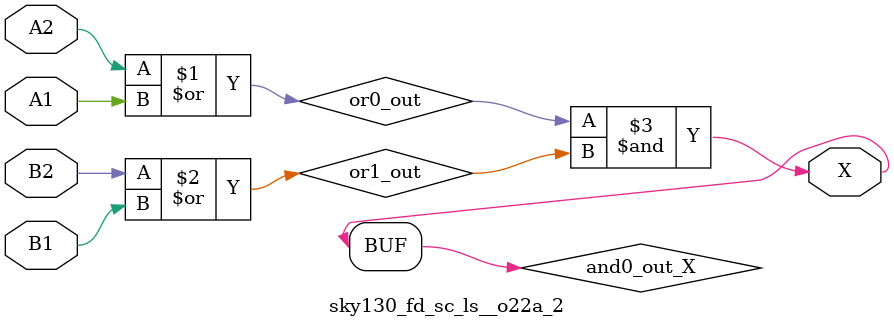
<source format=v>
/*
 * Copyright 2020 The SkyWater PDK Authors
 *
 * Licensed under the Apache License, Version 2.0 (the "License");
 * you may not use this file except in compliance with the License.
 * You may obtain a copy of the License at
 *
 *     https://www.apache.org/licenses/LICENSE-2.0
 *
 * Unless required by applicable law or agreed to in writing, software
 * distributed under the License is distributed on an "AS IS" BASIS,
 * WITHOUT WARRANTIES OR CONDITIONS OF ANY KIND, either express or implied.
 * See the License for the specific language governing permissions and
 * limitations under the License.
 *
 * SPDX-License-Identifier: Apache-2.0
*/


`ifndef SKY130_FD_SC_LS__O22A_2_FUNCTIONAL_V
`define SKY130_FD_SC_LS__O22A_2_FUNCTIONAL_V

/**
 * o22a: 2-input OR into both inputs of 2-input AND.
 *
 *       X = ((A1 | A2) & (B1 | B2))
 *
 * Verilog simulation functional model.
 */

`timescale 1ns / 1ps
`default_nettype none

`celldefine
module sky130_fd_sc_ls__o22a_2 (
    X ,
    A1,
    A2,
    B1,
    B2
);

    // Module ports
    output X ;
    input  A1;
    input  A2;
    input  B1;
    input  B2;

    // Local signals
    wire or0_out   ;
    wire or1_out   ;
    wire and0_out_X;

    //  Name  Output      Other arguments
    or  or0  (or0_out   , A2, A1          );
    or  or1  (or1_out   , B2, B1          );
    and and0 (and0_out_X, or0_out, or1_out);
    buf buf0 (X         , and0_out_X      );

endmodule
`endcelldefine

`default_nettype wire
`endif  // SKY130_FD_SC_LS__O22A_2_FUNCTIONAL_V

</source>
